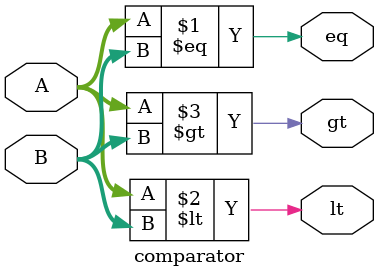
<source format=v>
module comparator (
    input   [31:0]    A,
    input   [31:0]    B,
    output            eq,
    output            lt,
    output            gt,
);
    assign eq = ( A == B ); 
    assign lt = ( A <  B ); 
    assign gt = ( A >  B ); 
endmodule
</source>
